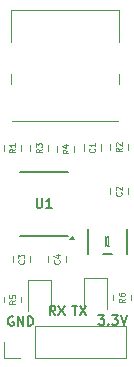
<source format=gto>
%TF.GenerationSoftware,KiCad,Pcbnew,9.0.0*%
%TF.CreationDate,2025-03-08T20:10:10+09:00*%
%TF.ProjectId,typec-serial,74797065-632d-4736-9572-69616c2e6b69,rev?*%
%TF.SameCoordinates,Original*%
%TF.FileFunction,Legend,Top*%
%TF.FilePolarity,Positive*%
%FSLAX46Y46*%
G04 Gerber Fmt 4.6, Leading zero omitted, Abs format (unit mm)*
G04 Created by KiCad (PCBNEW 9.0.0) date 2025-03-08 20:10:10*
%MOMM*%
%LPD*%
G01*
G04 APERTURE LIST*
%ADD10C,0.160000*%
%ADD11C,0.080000*%
%ADD12C,0.037500*%
%ADD13C,0.150000*%
%ADD14C,0.120000*%
%ADD15C,0.152400*%
G04 APERTURE END LIST*
D10*
X158352882Y-108493775D02*
X158086215Y-108112822D01*
X157895739Y-108493775D02*
X157895739Y-107693775D01*
X157895739Y-107693775D02*
X158200501Y-107693775D01*
X158200501Y-107693775D02*
X158276691Y-107731870D01*
X158276691Y-107731870D02*
X158314786Y-107769965D01*
X158314786Y-107769965D02*
X158352882Y-107846156D01*
X158352882Y-107846156D02*
X158352882Y-107960441D01*
X158352882Y-107960441D02*
X158314786Y-108036632D01*
X158314786Y-108036632D02*
X158276691Y-108074727D01*
X158276691Y-108074727D02*
X158200501Y-108112822D01*
X158200501Y-108112822D02*
X157895739Y-108112822D01*
X158619548Y-107693775D02*
X159152882Y-108493775D01*
X159152882Y-107693775D02*
X158619548Y-108493775D01*
X162019548Y-108493775D02*
X162514786Y-108493775D01*
X162514786Y-108493775D02*
X162248120Y-108798537D01*
X162248120Y-108798537D02*
X162362405Y-108798537D01*
X162362405Y-108798537D02*
X162438596Y-108836632D01*
X162438596Y-108836632D02*
X162476691Y-108874727D01*
X162476691Y-108874727D02*
X162514786Y-108950918D01*
X162514786Y-108950918D02*
X162514786Y-109141394D01*
X162514786Y-109141394D02*
X162476691Y-109217584D01*
X162476691Y-109217584D02*
X162438596Y-109255680D01*
X162438596Y-109255680D02*
X162362405Y-109293775D01*
X162362405Y-109293775D02*
X162133834Y-109293775D01*
X162133834Y-109293775D02*
X162057643Y-109255680D01*
X162057643Y-109255680D02*
X162019548Y-109217584D01*
X162857644Y-109217584D02*
X162895739Y-109255680D01*
X162895739Y-109255680D02*
X162857644Y-109293775D01*
X162857644Y-109293775D02*
X162819548Y-109255680D01*
X162819548Y-109255680D02*
X162857644Y-109217584D01*
X162857644Y-109217584D02*
X162857644Y-109293775D01*
X163162405Y-108493775D02*
X163657643Y-108493775D01*
X163657643Y-108493775D02*
X163390977Y-108798537D01*
X163390977Y-108798537D02*
X163505262Y-108798537D01*
X163505262Y-108798537D02*
X163581453Y-108836632D01*
X163581453Y-108836632D02*
X163619548Y-108874727D01*
X163619548Y-108874727D02*
X163657643Y-108950918D01*
X163657643Y-108950918D02*
X163657643Y-109141394D01*
X163657643Y-109141394D02*
X163619548Y-109217584D01*
X163619548Y-109217584D02*
X163581453Y-109255680D01*
X163581453Y-109255680D02*
X163505262Y-109293775D01*
X163505262Y-109293775D02*
X163276691Y-109293775D01*
X163276691Y-109293775D02*
X163200500Y-109255680D01*
X163200500Y-109255680D02*
X163162405Y-109217584D01*
X163886215Y-108493775D02*
X164152882Y-109293775D01*
X164152882Y-109293775D02*
X164419548Y-108493775D01*
X159781453Y-107693775D02*
X160238596Y-107693775D01*
X160010024Y-108493775D02*
X160010024Y-107693775D01*
X160429072Y-107693775D02*
X160962406Y-108493775D01*
X160962406Y-107693775D02*
X160429072Y-108493775D01*
X154814786Y-108631870D02*
X154738596Y-108593775D01*
X154738596Y-108593775D02*
X154624310Y-108593775D01*
X154624310Y-108593775D02*
X154510024Y-108631870D01*
X154510024Y-108631870D02*
X154433834Y-108708060D01*
X154433834Y-108708060D02*
X154395739Y-108784251D01*
X154395739Y-108784251D02*
X154357643Y-108936632D01*
X154357643Y-108936632D02*
X154357643Y-109050918D01*
X154357643Y-109050918D02*
X154395739Y-109203299D01*
X154395739Y-109203299D02*
X154433834Y-109279489D01*
X154433834Y-109279489D02*
X154510024Y-109355680D01*
X154510024Y-109355680D02*
X154624310Y-109393775D01*
X154624310Y-109393775D02*
X154700501Y-109393775D01*
X154700501Y-109393775D02*
X154814786Y-109355680D01*
X154814786Y-109355680D02*
X154852882Y-109317584D01*
X154852882Y-109317584D02*
X154852882Y-109050918D01*
X154852882Y-109050918D02*
X154700501Y-109050918D01*
X155195739Y-109393775D02*
X155195739Y-108593775D01*
X155195739Y-108593775D02*
X155652882Y-109393775D01*
X155652882Y-109393775D02*
X155652882Y-108593775D01*
X156033834Y-109393775D02*
X156033834Y-108593775D01*
X156033834Y-108593775D02*
X156224310Y-108593775D01*
X156224310Y-108593775D02*
X156338596Y-108631870D01*
X156338596Y-108631870D02*
X156414786Y-108708060D01*
X156414786Y-108708060D02*
X156452881Y-108784251D01*
X156452881Y-108784251D02*
X156490977Y-108936632D01*
X156490977Y-108936632D02*
X156490977Y-109050918D01*
X156490977Y-109050918D02*
X156452881Y-109203299D01*
X156452881Y-109203299D02*
X156414786Y-109279489D01*
X156414786Y-109279489D02*
X156338596Y-109355680D01*
X156338596Y-109355680D02*
X156224310Y-109393775D01*
X156224310Y-109393775D02*
X156033834Y-109393775D01*
D11*
X161679530Y-94383333D02*
X161703340Y-94407142D01*
X161703340Y-94407142D02*
X161727149Y-94478571D01*
X161727149Y-94478571D02*
X161727149Y-94526190D01*
X161727149Y-94526190D02*
X161703340Y-94597618D01*
X161703340Y-94597618D02*
X161655720Y-94645237D01*
X161655720Y-94645237D02*
X161608101Y-94669047D01*
X161608101Y-94669047D02*
X161512863Y-94692856D01*
X161512863Y-94692856D02*
X161441435Y-94692856D01*
X161441435Y-94692856D02*
X161346197Y-94669047D01*
X161346197Y-94669047D02*
X161298578Y-94645237D01*
X161298578Y-94645237D02*
X161250959Y-94597618D01*
X161250959Y-94597618D02*
X161227149Y-94526190D01*
X161227149Y-94526190D02*
X161227149Y-94478571D01*
X161227149Y-94478571D02*
X161250959Y-94407142D01*
X161250959Y-94407142D02*
X161274768Y-94383333D01*
X161727149Y-93907142D02*
X161727149Y-94192856D01*
X161727149Y-94049999D02*
X161227149Y-94049999D01*
X161227149Y-94049999D02*
X161298578Y-94097618D01*
X161298578Y-94097618D02*
X161346197Y-94145237D01*
X161346197Y-94145237D02*
X161370006Y-94192856D01*
D12*
X162603571Y-102618145D02*
X162603571Y-101818145D01*
X162760714Y-102541954D02*
X162753571Y-102580050D01*
X162753571Y-102580050D02*
X162732143Y-102618145D01*
X162732143Y-102618145D02*
X162717857Y-102618145D01*
X162717857Y-102618145D02*
X162696428Y-102580050D01*
X162696428Y-102580050D02*
X162682143Y-102503859D01*
X162682143Y-102503859D02*
X162675000Y-102427669D01*
X162675000Y-102427669D02*
X162667857Y-102275288D01*
X162667857Y-102275288D02*
X162667857Y-102161002D01*
X162667857Y-102161002D02*
X162675000Y-102008621D01*
X162675000Y-102008621D02*
X162682143Y-101932430D01*
X162682143Y-101932430D02*
X162696428Y-101856240D01*
X162696428Y-101856240D02*
X162717857Y-101818145D01*
X162717857Y-101818145D02*
X162732143Y-101818145D01*
X162732143Y-101818145D02*
X162753571Y-101856240D01*
X162753571Y-101856240D02*
X162760714Y-101894335D01*
X162903571Y-102618145D02*
X162817857Y-102618145D01*
X162860714Y-102618145D02*
X162860714Y-101818145D01*
X162860714Y-101818145D02*
X162846428Y-101932430D01*
X162846428Y-101932430D02*
X162832143Y-102008621D01*
X162832143Y-102008621D02*
X162817857Y-102046716D01*
D11*
X163929530Y-98083333D02*
X163953340Y-98107142D01*
X163953340Y-98107142D02*
X163977149Y-98178571D01*
X163977149Y-98178571D02*
X163977149Y-98226190D01*
X163977149Y-98226190D02*
X163953340Y-98297618D01*
X163953340Y-98297618D02*
X163905720Y-98345237D01*
X163905720Y-98345237D02*
X163858101Y-98369047D01*
X163858101Y-98369047D02*
X163762863Y-98392856D01*
X163762863Y-98392856D02*
X163691435Y-98392856D01*
X163691435Y-98392856D02*
X163596197Y-98369047D01*
X163596197Y-98369047D02*
X163548578Y-98345237D01*
X163548578Y-98345237D02*
X163500959Y-98297618D01*
X163500959Y-98297618D02*
X163477149Y-98226190D01*
X163477149Y-98226190D02*
X163477149Y-98178571D01*
X163477149Y-98178571D02*
X163500959Y-98107142D01*
X163500959Y-98107142D02*
X163524768Y-98083333D01*
X163524768Y-97892856D02*
X163500959Y-97869047D01*
X163500959Y-97869047D02*
X163477149Y-97821428D01*
X163477149Y-97821428D02*
X163477149Y-97702380D01*
X163477149Y-97702380D02*
X163500959Y-97654761D01*
X163500959Y-97654761D02*
X163524768Y-97630952D01*
X163524768Y-97630952D02*
X163572387Y-97607142D01*
X163572387Y-97607142D02*
X163620006Y-97607142D01*
X163620006Y-97607142D02*
X163691435Y-97630952D01*
X163691435Y-97630952D02*
X163977149Y-97916666D01*
X163977149Y-97916666D02*
X163977149Y-97607142D01*
X163977149Y-94333333D02*
X163739054Y-94499999D01*
X163977149Y-94619047D02*
X163477149Y-94619047D01*
X163477149Y-94619047D02*
X163477149Y-94428571D01*
X163477149Y-94428571D02*
X163500959Y-94380952D01*
X163500959Y-94380952D02*
X163524768Y-94357142D01*
X163524768Y-94357142D02*
X163572387Y-94333333D01*
X163572387Y-94333333D02*
X163643816Y-94333333D01*
X163643816Y-94333333D02*
X163691435Y-94357142D01*
X163691435Y-94357142D02*
X163715244Y-94380952D01*
X163715244Y-94380952D02*
X163739054Y-94428571D01*
X163739054Y-94428571D02*
X163739054Y-94619047D01*
X163524768Y-94142856D02*
X163500959Y-94119047D01*
X163500959Y-94119047D02*
X163477149Y-94071428D01*
X163477149Y-94071428D02*
X163477149Y-93952380D01*
X163477149Y-93952380D02*
X163500959Y-93904761D01*
X163500959Y-93904761D02*
X163524768Y-93880952D01*
X163524768Y-93880952D02*
X163572387Y-93857142D01*
X163572387Y-93857142D02*
X163620006Y-93857142D01*
X163620006Y-93857142D02*
X163691435Y-93880952D01*
X163691435Y-93880952D02*
X163977149Y-94166666D01*
X163977149Y-94166666D02*
X163977149Y-93857142D01*
X154977149Y-94420833D02*
X154739054Y-94587499D01*
X154977149Y-94706547D02*
X154477149Y-94706547D01*
X154477149Y-94706547D02*
X154477149Y-94516071D01*
X154477149Y-94516071D02*
X154500959Y-94468452D01*
X154500959Y-94468452D02*
X154524768Y-94444642D01*
X154524768Y-94444642D02*
X154572387Y-94420833D01*
X154572387Y-94420833D02*
X154643816Y-94420833D01*
X154643816Y-94420833D02*
X154691435Y-94444642D01*
X154691435Y-94444642D02*
X154715244Y-94468452D01*
X154715244Y-94468452D02*
X154739054Y-94516071D01*
X154739054Y-94516071D02*
X154739054Y-94706547D01*
X154977149Y-93944642D02*
X154977149Y-94230356D01*
X154977149Y-94087499D02*
X154477149Y-94087499D01*
X154477149Y-94087499D02*
X154548578Y-94135118D01*
X154548578Y-94135118D02*
X154596197Y-94182737D01*
X154596197Y-94182737D02*
X154620006Y-94230356D01*
X154977149Y-107245833D02*
X154739054Y-107412499D01*
X154977149Y-107531547D02*
X154477149Y-107531547D01*
X154477149Y-107531547D02*
X154477149Y-107341071D01*
X154477149Y-107341071D02*
X154500959Y-107293452D01*
X154500959Y-107293452D02*
X154524768Y-107269642D01*
X154524768Y-107269642D02*
X154572387Y-107245833D01*
X154572387Y-107245833D02*
X154643816Y-107245833D01*
X154643816Y-107245833D02*
X154691435Y-107269642D01*
X154691435Y-107269642D02*
X154715244Y-107293452D01*
X154715244Y-107293452D02*
X154739054Y-107341071D01*
X154739054Y-107341071D02*
X154739054Y-107531547D01*
X154477149Y-106793452D02*
X154477149Y-107031547D01*
X154477149Y-107031547D02*
X154715244Y-107055356D01*
X154715244Y-107055356D02*
X154691435Y-107031547D01*
X154691435Y-107031547D02*
X154667625Y-106983928D01*
X154667625Y-106983928D02*
X154667625Y-106864880D01*
X154667625Y-106864880D02*
X154691435Y-106817261D01*
X154691435Y-106817261D02*
X154715244Y-106793452D01*
X154715244Y-106793452D02*
X154762863Y-106769642D01*
X154762863Y-106769642D02*
X154881911Y-106769642D01*
X154881911Y-106769642D02*
X154929530Y-106793452D01*
X154929530Y-106793452D02*
X154953340Y-106817261D01*
X154953340Y-106817261D02*
X154977149Y-106864880D01*
X154977149Y-106864880D02*
X154977149Y-106983928D01*
X154977149Y-106983928D02*
X154953340Y-107031547D01*
X154953340Y-107031547D02*
X154929530Y-107055356D01*
X164227149Y-107083333D02*
X163989054Y-107249999D01*
X164227149Y-107369047D02*
X163727149Y-107369047D01*
X163727149Y-107369047D02*
X163727149Y-107178571D01*
X163727149Y-107178571D02*
X163750959Y-107130952D01*
X163750959Y-107130952D02*
X163774768Y-107107142D01*
X163774768Y-107107142D02*
X163822387Y-107083333D01*
X163822387Y-107083333D02*
X163893816Y-107083333D01*
X163893816Y-107083333D02*
X163941435Y-107107142D01*
X163941435Y-107107142D02*
X163965244Y-107130952D01*
X163965244Y-107130952D02*
X163989054Y-107178571D01*
X163989054Y-107178571D02*
X163989054Y-107369047D01*
X163727149Y-106654761D02*
X163727149Y-106749999D01*
X163727149Y-106749999D02*
X163750959Y-106797618D01*
X163750959Y-106797618D02*
X163774768Y-106821428D01*
X163774768Y-106821428D02*
X163846197Y-106869047D01*
X163846197Y-106869047D02*
X163941435Y-106892856D01*
X163941435Y-106892856D02*
X164131911Y-106892856D01*
X164131911Y-106892856D02*
X164179530Y-106869047D01*
X164179530Y-106869047D02*
X164203340Y-106845237D01*
X164203340Y-106845237D02*
X164227149Y-106797618D01*
X164227149Y-106797618D02*
X164227149Y-106702380D01*
X164227149Y-106702380D02*
X164203340Y-106654761D01*
X164203340Y-106654761D02*
X164179530Y-106630952D01*
X164179530Y-106630952D02*
X164131911Y-106607142D01*
X164131911Y-106607142D02*
X164012863Y-106607142D01*
X164012863Y-106607142D02*
X163965244Y-106630952D01*
X163965244Y-106630952D02*
X163941435Y-106654761D01*
X163941435Y-106654761D02*
X163917625Y-106702380D01*
X163917625Y-106702380D02*
X163917625Y-106797618D01*
X163917625Y-106797618D02*
X163941435Y-106845237D01*
X163941435Y-106845237D02*
X163965244Y-106869047D01*
X163965244Y-106869047D02*
X164012863Y-106892856D01*
D13*
X156790476Y-98609795D02*
X156790476Y-99257414D01*
X156790476Y-99257414D02*
X156828571Y-99333604D01*
X156828571Y-99333604D02*
X156866666Y-99371700D01*
X156866666Y-99371700D02*
X156942857Y-99409795D01*
X156942857Y-99409795D02*
X157095238Y-99409795D01*
X157095238Y-99409795D02*
X157171428Y-99371700D01*
X157171428Y-99371700D02*
X157209523Y-99333604D01*
X157209523Y-99333604D02*
X157247619Y-99257414D01*
X157247619Y-99257414D02*
X157247619Y-98609795D01*
X158047618Y-99409795D02*
X157590475Y-99409795D01*
X157819047Y-99409795D02*
X157819047Y-98609795D01*
X157819047Y-98609795D02*
X157742856Y-98724080D01*
X157742856Y-98724080D02*
X157666666Y-98800271D01*
X157666666Y-98800271D02*
X157590475Y-98838366D01*
D11*
X155679530Y-103833333D02*
X155703340Y-103857142D01*
X155703340Y-103857142D02*
X155727149Y-103928571D01*
X155727149Y-103928571D02*
X155727149Y-103976190D01*
X155727149Y-103976190D02*
X155703340Y-104047618D01*
X155703340Y-104047618D02*
X155655720Y-104095237D01*
X155655720Y-104095237D02*
X155608101Y-104119047D01*
X155608101Y-104119047D02*
X155512863Y-104142856D01*
X155512863Y-104142856D02*
X155441435Y-104142856D01*
X155441435Y-104142856D02*
X155346197Y-104119047D01*
X155346197Y-104119047D02*
X155298578Y-104095237D01*
X155298578Y-104095237D02*
X155250959Y-104047618D01*
X155250959Y-104047618D02*
X155227149Y-103976190D01*
X155227149Y-103976190D02*
X155227149Y-103928571D01*
X155227149Y-103928571D02*
X155250959Y-103857142D01*
X155250959Y-103857142D02*
X155274768Y-103833333D01*
X155227149Y-103666666D02*
X155227149Y-103357142D01*
X155227149Y-103357142D02*
X155417625Y-103523809D01*
X155417625Y-103523809D02*
X155417625Y-103452380D01*
X155417625Y-103452380D02*
X155441435Y-103404761D01*
X155441435Y-103404761D02*
X155465244Y-103380952D01*
X155465244Y-103380952D02*
X155512863Y-103357142D01*
X155512863Y-103357142D02*
X155631911Y-103357142D01*
X155631911Y-103357142D02*
X155679530Y-103380952D01*
X155679530Y-103380952D02*
X155703340Y-103404761D01*
X155703340Y-103404761D02*
X155727149Y-103452380D01*
X155727149Y-103452380D02*
X155727149Y-103595237D01*
X155727149Y-103595237D02*
X155703340Y-103642856D01*
X155703340Y-103642856D02*
X155679530Y-103666666D01*
X157227149Y-94420833D02*
X156989054Y-94587499D01*
X157227149Y-94706547D02*
X156727149Y-94706547D01*
X156727149Y-94706547D02*
X156727149Y-94516071D01*
X156727149Y-94516071D02*
X156750959Y-94468452D01*
X156750959Y-94468452D02*
X156774768Y-94444642D01*
X156774768Y-94444642D02*
X156822387Y-94420833D01*
X156822387Y-94420833D02*
X156893816Y-94420833D01*
X156893816Y-94420833D02*
X156941435Y-94444642D01*
X156941435Y-94444642D02*
X156965244Y-94468452D01*
X156965244Y-94468452D02*
X156989054Y-94516071D01*
X156989054Y-94516071D02*
X156989054Y-94706547D01*
X156727149Y-94254166D02*
X156727149Y-93944642D01*
X156727149Y-93944642D02*
X156917625Y-94111309D01*
X156917625Y-94111309D02*
X156917625Y-94039880D01*
X156917625Y-94039880D02*
X156941435Y-93992261D01*
X156941435Y-93992261D02*
X156965244Y-93968452D01*
X156965244Y-93968452D02*
X157012863Y-93944642D01*
X157012863Y-93944642D02*
X157131911Y-93944642D01*
X157131911Y-93944642D02*
X157179530Y-93968452D01*
X157179530Y-93968452D02*
X157203340Y-93992261D01*
X157203340Y-93992261D02*
X157227149Y-94039880D01*
X157227149Y-94039880D02*
X157227149Y-94182737D01*
X157227149Y-94182737D02*
X157203340Y-94230356D01*
X157203340Y-94230356D02*
X157179530Y-94254166D01*
X158679530Y-103833333D02*
X158703340Y-103857142D01*
X158703340Y-103857142D02*
X158727149Y-103928571D01*
X158727149Y-103928571D02*
X158727149Y-103976190D01*
X158727149Y-103976190D02*
X158703340Y-104047618D01*
X158703340Y-104047618D02*
X158655720Y-104095237D01*
X158655720Y-104095237D02*
X158608101Y-104119047D01*
X158608101Y-104119047D02*
X158512863Y-104142856D01*
X158512863Y-104142856D02*
X158441435Y-104142856D01*
X158441435Y-104142856D02*
X158346197Y-104119047D01*
X158346197Y-104119047D02*
X158298578Y-104095237D01*
X158298578Y-104095237D02*
X158250959Y-104047618D01*
X158250959Y-104047618D02*
X158227149Y-103976190D01*
X158227149Y-103976190D02*
X158227149Y-103928571D01*
X158227149Y-103928571D02*
X158250959Y-103857142D01*
X158250959Y-103857142D02*
X158274768Y-103833333D01*
X158393816Y-103404761D02*
X158727149Y-103404761D01*
X158203340Y-103523809D02*
X158560482Y-103642856D01*
X158560482Y-103642856D02*
X158560482Y-103333333D01*
X159477149Y-94495833D02*
X159239054Y-94662499D01*
X159477149Y-94781547D02*
X158977149Y-94781547D01*
X158977149Y-94781547D02*
X158977149Y-94591071D01*
X158977149Y-94591071D02*
X159000959Y-94543452D01*
X159000959Y-94543452D02*
X159024768Y-94519642D01*
X159024768Y-94519642D02*
X159072387Y-94495833D01*
X159072387Y-94495833D02*
X159143816Y-94495833D01*
X159143816Y-94495833D02*
X159191435Y-94519642D01*
X159191435Y-94519642D02*
X159215244Y-94543452D01*
X159215244Y-94543452D02*
X159239054Y-94591071D01*
X159239054Y-94591071D02*
X159239054Y-94781547D01*
X159143816Y-94067261D02*
X159477149Y-94067261D01*
X158953340Y-94186309D02*
X159310482Y-94305356D01*
X159310482Y-94305356D02*
X159310482Y-93995833D01*
D14*
%TO.C,C1*%
X160765000Y-94561252D02*
X160765000Y-94038748D01*
X162235000Y-94561252D02*
X162235000Y-94038748D01*
D15*
%TO.C,IC1*%
X161123599Y-101221300D02*
X161123599Y-103278700D01*
X162436738Y-103278700D02*
X163163260Y-103278700D01*
X164476399Y-103278700D02*
X164476399Y-101221300D01*
D14*
%TO.C,J1*%
X154580000Y-85360000D02*
X154580000Y-82630000D01*
X154580000Y-88960000D02*
X154580000Y-88060000D01*
X163650000Y-92040000D02*
X154700000Y-92040000D01*
X163770000Y-82630000D02*
X154580000Y-82630000D01*
X163770000Y-85360000D02*
X163770000Y-82630000D01*
X163770000Y-88960000D02*
X163770000Y-88060000D01*
%TO.C,D2*%
X160790000Y-105315000D02*
X160790000Y-108000000D01*
X162710000Y-105315000D02*
X160790000Y-105315000D01*
X162710000Y-108000000D02*
X162710000Y-105315000D01*
%TO.C,C2*%
X163015000Y-97738748D02*
X163015000Y-98261252D01*
X164485000Y-97738748D02*
X164485000Y-98261252D01*
%TO.C,R2*%
X163015000Y-94022936D02*
X163015000Y-94477064D01*
X164485000Y-94022936D02*
X164485000Y-94477064D01*
%TO.C,R1*%
X154015000Y-94110436D02*
X154015000Y-94564564D01*
X155485000Y-94110436D02*
X155485000Y-94564564D01*
%TO.C,J2*%
X154050000Y-112080000D02*
X154050000Y-110750000D01*
X155380000Y-112080000D02*
X154050000Y-112080000D01*
X156650000Y-109420000D02*
X164330000Y-109420000D01*
X156650000Y-112080000D02*
X156650000Y-109420000D01*
X156650000Y-112080000D02*
X164330000Y-112080000D01*
X164330000Y-112080000D02*
X164330000Y-109420000D01*
%TO.C,R5*%
X154015000Y-106935436D02*
X154015000Y-107389564D01*
X155485000Y-106935436D02*
X155485000Y-107389564D01*
%TO.C,R6*%
X163265000Y-107227064D02*
X163265000Y-106772936D01*
X164735000Y-107227064D02*
X164735000Y-106772936D01*
D13*
%TO.C,U1*%
X159400000Y-96347500D02*
X155400000Y-96347500D01*
X159400000Y-101747500D02*
X155400000Y-101747500D01*
D14*
X159990000Y-102077500D02*
X159510000Y-102077500D01*
X159750000Y-101747500D01*
X159990000Y-102077500D01*
G36*
X159990000Y-102077500D02*
G01*
X159510000Y-102077500D01*
X159750000Y-101747500D01*
X159990000Y-102077500D01*
G37*
%TO.C,D1*%
X156040000Y-105477500D02*
X156040000Y-108162500D01*
X157960000Y-105477500D02*
X156040000Y-105477500D01*
X157960000Y-108162500D02*
X157960000Y-105477500D01*
%TO.C,C3*%
X154765000Y-104011252D02*
X154765000Y-103488748D01*
X156235000Y-104011252D02*
X156235000Y-103488748D01*
%TO.C,R3*%
X156265000Y-94110436D02*
X156265000Y-94564564D01*
X157735000Y-94110436D02*
X157735000Y-94564564D01*
%TO.C,C4*%
X157765000Y-103488748D02*
X157765000Y-104011252D01*
X159235000Y-103488748D02*
X159235000Y-104011252D01*
%TO.C,R4*%
X158515000Y-94185436D02*
X158515000Y-94639564D01*
X159985000Y-94185436D02*
X159985000Y-94639564D01*
%TD*%
M02*

</source>
